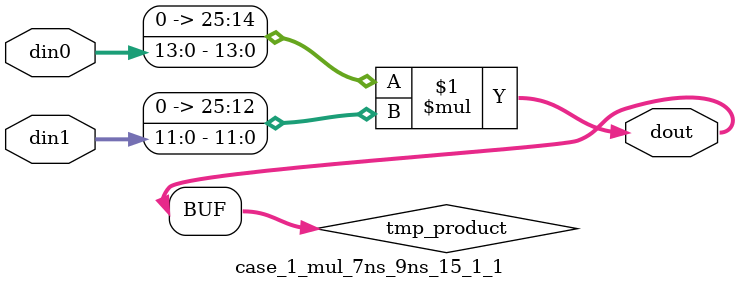
<source format=v>

`timescale 1 ns / 1 ps

 (* use_dsp = "no" *)  module case_1_mul_7ns_9ns_15_1_1(din0, din1, dout);
parameter ID = 1;
parameter NUM_STAGE = 0;
parameter din0_WIDTH = 14;
parameter din1_WIDTH = 12;
parameter dout_WIDTH = 26;

input [din0_WIDTH - 1 : 0] din0; 
input [din1_WIDTH - 1 : 0] din1; 
output [dout_WIDTH - 1 : 0] dout;

wire signed [dout_WIDTH - 1 : 0] tmp_product;
























assign tmp_product = $signed({1'b0, din0}) * $signed({1'b0, din1});











assign dout = tmp_product;





















endmodule

</source>
